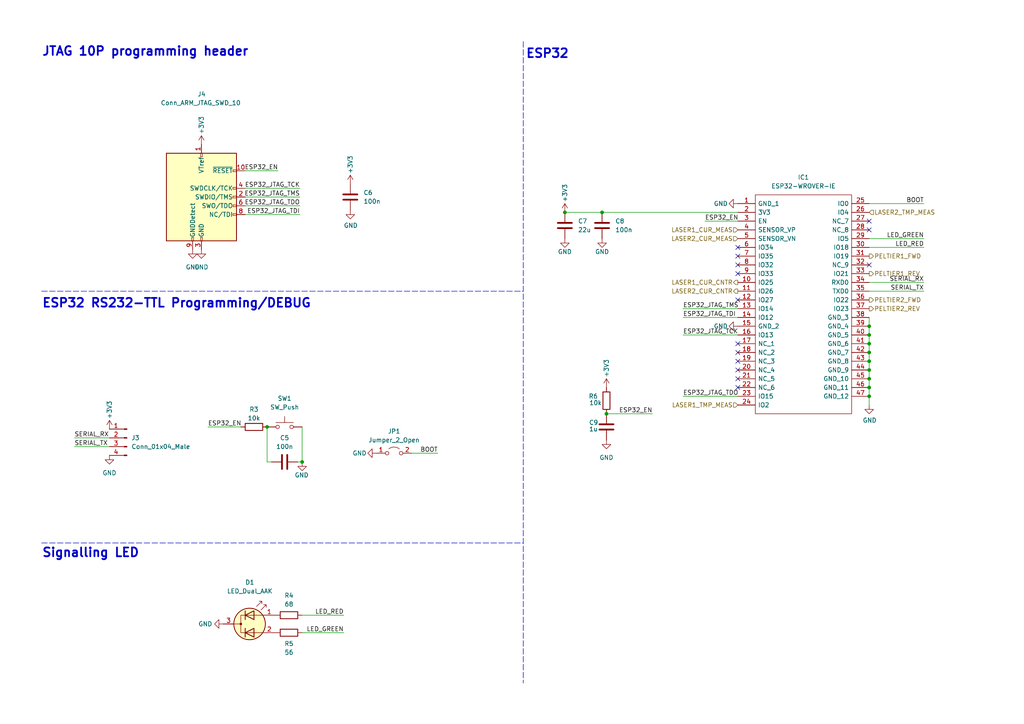
<source format=kicad_sch>
(kicad_sch (version 20211123) (generator eeschema)
  (paper "A4")
  (lib_symbols
    (symbol "Connector:Conn_01x04_Male" (pin_names (offset 1.016) hide)
      (property "Reference" "J" (at 0 5.08 0))
      (property "Value" "Conn_01x04_Male" (at 0 -7.62 0))
      (symbol "Conn_01x04_Male_1_1"
        (polyline (pts (xy 1.27 -5.08) (xy 0.8636 -5.08)) (stroke (width 0.1524)))
        (polyline (pts (xy 1.27 -2.54) (xy 0.8636 -2.54)) (stroke (width 0.1524)))
        (polyline (pts (xy 1.27 0) (xy 0.8636 0)) (stroke (width 0.1524)))
        (polyline (pts (xy 1.27 2.54) (xy 0.8636 2.54)) (stroke (width 0.1524)))
        (rectangle (start 0.8636 -4.953) (end 0 -5.207) (stroke (width 0.1524)) (fill (type outline)))
        (rectangle (start 0.8636 -2.413) (end 0 -2.667) (stroke (width 0.1524)) (fill (type outline)))
        (rectangle (start 0.8636 0.127) (end 0 -0.127) (stroke (width 0.1524)) (fill (type outline)))
        (rectangle (start 0.8636 2.667) (end 0 2.413) (stroke (width 0.1524)) (fill (type outline)))
        (pin passive line (at 5.08 2.54 180) (length 3.81) (name "Pin_1") (number "1"))
        (pin passive line (at 5.08 0 180) (length 3.81) (name "Pin_2") (number "2"))
        (pin passive line (at 5.08 -2.54 180) (length 3.81) (name "Pin_3") (number "3"))
        (pin passive line (at 5.08 -5.08 180) (length 3.81) (name "Pin_4") (number "4"))
      )
    )
    (symbol "Connector:Conn_ARM_JTAG_SWD_10" (pin_names (offset 1.016))
      (property "Reference" "J" (at -2.54 16.51 0))
      (property "Value" "Conn_ARM_JTAG_SWD_10" (at -2.54 13.97 0))
      (symbol "Conn_ARM_JTAG_SWD_10_0_1"
        (rectangle (start -10.16 12.7) (end 10.16 -12.7) (stroke (width 0.254)) (fill (type background)))
        (rectangle (start -2.794 -12.7) (end -2.286 -11.684))
        (rectangle (start -0.254 -12.7) (end 0.254 -11.684))
        (rectangle (start -0.254 12.7) (end 0.254 11.684))
        (rectangle (start 9.144 2.286) (end 10.16 2.794))
        (rectangle (start 10.16 -2.794) (end 9.144 -2.286))
        (rectangle (start 10.16 -0.254) (end 9.144 0.254))
        (rectangle (start 10.16 7.874) (end 9.144 7.366))
      )
      (symbol "Conn_ARM_JTAG_SWD_10_1_1"
        (rectangle (start 9.144 -5.334) (end 10.16 -4.826))
        (pin power_in line (at 0 15.24 270) (length 2.54) (name "VTref") (number "1"))
        (pin open_collector line (at 12.7 7.62 180) (length 2.54) (name "~{RESET}") (number "10"))
        (pin bidirectional line (at 12.7 0 180) (length 2.54) (name "SWDIO/TMS") (number "2"))
        (pin power_in line (at 0 -15.24 90) (length 2.54) (name "GND") (number "3"))
        (pin output line (at 12.7 2.54 180) (length 2.54) (name "SWDCLK/TCK") (number "4"))
        (pin passive line (at 0 -15.24 90) (length 2.54) hide (name "GND") (number "5"))
        (pin input line (at 12.7 -2.54 180) (length 2.54) (name "SWO/TDO") (number "6"))
        (pin no_connect line (at -10.16 0 0) (length 2.54) hide (name "KEY") (number "7"))
        (pin output line (at 12.7 -5.08 180) (length 2.54) (name "NC/TDI") (number "8"))
        (pin passive line (at -2.54 -15.24 90) (length 2.54) (name "GNDDetect") (number "9"))
      )
    )
    (symbol "Device:C" (pin_numbers hide) (pin_names (offset 0.254))
      (property "Reference" "C" (at 0.635 2.54 0))
      (property "Value" "C" (at 0.635 -2.54 0))
      (symbol "C_0_1"
        (polyline (pts (xy -2.032 -0.762) (xy 2.032 -0.762)) (stroke (width 0.508)))
        (polyline (pts (xy -2.032 0.762) (xy 2.032 0.762)) (stroke (width 0.508)))
      )
      (symbol "C_1_1"
        (pin passive line (at 0 3.81 270) (length 2.794) (name "~") (number "1"))
        (pin passive line (at 0 -3.81 90) (length 2.794) (name "~") (number "2"))
      )
    )
    (symbol "Device:LED_Dual_AAK" (pin_names (offset 0) hide)
      (property "Reference" "D" (at 0 5.715 0))
      (property "Value" "LED_Dual_AAK" (at 0 -6.35 0))
      (symbol "LED_Dual_AAK_0_1"
        (circle (center -2.54 0) (radius 0.2794) (fill (type outline)))
        (polyline (pts (xy -4.572 0) (xy -2.54 0)))
        (polyline (pts (xy -1.27 -1.27) (xy -1.27 -3.81)) (stroke (width 0.254)))
        (polyline (pts (xy -1.27 1.27) (xy -1.27 3.81)) (stroke (width 0.254)))
        (polyline (pts (xy 3.81 -2.54) (xy 1.905 -2.54)))
        (polyline (pts (xy 3.81 2.54) (xy 1.905 2.54)))
        (polyline (pts (xy 1.27 -3.81) (xy 1.27 -1.27) (xy -1.27 -2.54) (xy 1.27 -3.81)) (stroke (width 0.254)))
        (polyline (pts (xy 1.27 1.27) (xy 1.27 3.81) (xy -1.27 2.54) (xy 1.27 1.27)) (stroke (width 0.254)))
        (polyline (pts (xy 2.032 2.54) (xy -2.54 2.54) (xy -2.54 -2.54) (xy 2.032 -2.54)))
        (polyline (pts (xy 2.032 5.08) (xy 3.556 6.604) (xy 2.794 6.604) (xy 3.556 6.604) (xy 3.556 5.842)))
        (polyline (pts (xy 3.302 4.064) (xy 4.826 5.588) (xy 4.064 5.588) (xy 4.826 5.588) (xy 4.826 4.826)))
        (circle (center 0 0) (radius 4.572) (stroke (width 0.254)) (fill (type background)))
      )
      (symbol "LED_Dual_AAK_1_1"
        (pin input line (at 7.62 2.54 180) (length 3.81) (name "A1") (number "1"))
        (pin input line (at 7.62 -2.54 180) (length 3.81) (name "A2") (number "2"))
        (pin input line (at -7.62 0 0) (length 3.048) (name "K") (number "3"))
      )
    )
    (symbol "Device:R" (pin_numbers hide) (pin_names (offset 0))
      (property "Reference" "R" (at 2.032 0 90))
      (property "Value" "R" (at 0 0 90))
      (symbol "R_0_1"
        (rectangle (start -1.016 -2.54) (end 1.016 2.54) (stroke (width 0.254)))
      )
      (symbol "R_1_1"
        (pin passive line (at 0 3.81 270) (length 1.27) (name "~") (number "1"))
        (pin passive line (at 0 -3.81 90) (length 1.27) (name "~") (number "2"))
      )
    )
    (symbol "ESP32-WROVER-IE:ESP32-WROVER-IE" (pin_names (offset 0.762))
      (property "Reference" "IC" (at 34.29 7.62 0))
      (property "Value" "ESP32-WROVER-IE" (at 34.29 5.08 0))
      (symbol "ESP32-WROVER-IE_0_0"
        (pin passive line (at 0 0 0) (length 5.08) (name "GND_1") (number "1"))
        (pin passive line (at 0 -22.86 0) (length 5.08) (name "IO25") (number "10"))
        (pin passive line (at 0 -25.4 0) (length 5.08) (name "IO26") (number "11"))
        (pin passive line (at 0 -27.94 0) (length 5.08) (name "IO27") (number "12"))
        (pin passive line (at 0 -30.48 0) (length 5.08) (name "IO14") (number "13"))
        (pin passive line (at 0 -33.02 0) (length 5.08) (name "IO12") (number "14"))
        (pin passive line (at 0 -35.56 0) (length 5.08) (name "GND_2") (number "15"))
        (pin passive line (at 0 -38.1 0) (length 5.08) (name "IO13") (number "16"))
        (pin passive line (at 0 -40.64 0) (length 5.08) (name "NC_1") (number "17"))
        (pin passive line (at 0 -43.18 0) (length 5.08) (name "NC_2") (number "18"))
        (pin passive line (at 0 -45.72 0) (length 5.08) (name "NC_3") (number "19"))
        (pin passive line (at 0 -2.54 0) (length 5.08) (name "3V3") (number "2"))
        (pin passive line (at 0 -48.26 0) (length 5.08) (name "NC_4") (number "20"))
        (pin passive line (at 0 -50.8 0) (length 5.08) (name "NC_5") (number "21"))
        (pin passive line (at 0 -53.34 0) (length 5.08) (name "NC_6") (number "22"))
        (pin passive line (at 0 -55.88 0) (length 5.08) (name "IO15") (number "23"))
        (pin passive line (at 0 -58.42 0) (length 5.08) (name "IO2") (number "24"))
        (pin passive line (at 38.1 0 180) (length 5.08) (name "IO0") (number "25"))
        (pin passive line (at 38.1 -2.54 180) (length 5.08) (name "IO4") (number "26"))
        (pin passive line (at 38.1 -5.08 180) (length 5.08) (name "NC_7") (number "27"))
        (pin passive line (at 38.1 -7.62 180) (length 5.08) (name "NC_8") (number "28"))
        (pin passive line (at 38.1 -10.16 180) (length 5.08) (name "IO5") (number "29"))
        (pin passive line (at 0 -5.08 0) (length 5.08) (name "EN") (number "3"))
        (pin passive line (at 38.1 -12.7 180) (length 5.08) (name "IO18") (number "30"))
        (pin passive line (at 38.1 -15.24 180) (length 5.08) (name "IO19") (number "31"))
        (pin passive line (at 38.1 -17.78 180) (length 5.08) (name "NC_9") (number "32"))
        (pin passive line (at 38.1 -20.32 180) (length 5.08) (name "IO21") (number "33"))
        (pin passive line (at 38.1 -22.86 180) (length 5.08) (name "RXD0") (number "34"))
        (pin passive line (at 38.1 -25.4 180) (length 5.08) (name "TXD0") (number "35"))
        (pin passive line (at 38.1 -27.94 180) (length 5.08) (name "IO22") (number "36"))
        (pin passive line (at 38.1 -30.48 180) (length 5.08) (name "IO23") (number "37"))
        (pin passive line (at 38.1 -33.02 180) (length 5.08) (name "GND_3") (number "38"))
        (pin passive line (at 38.1 -35.56 180) (length 5.08) (name "GND_4") (number "39"))
        (pin passive line (at 0 -7.62 0) (length 5.08) (name "SENSOR_VP") (number "4"))
        (pin passive line (at 38.1 -38.1 180) (length 5.08) (name "GND_5") (number "40"))
        (pin passive line (at 38.1 -40.64 180) (length 5.08) (name "GND_6") (number "41"))
        (pin passive line (at 38.1 -43.18 180) (length 5.08) (name "GND_7") (number "42"))
        (pin passive line (at 38.1 -45.72 180) (length 5.08) (name "GND_8") (number "43"))
        (pin passive line (at 38.1 -48.26 180) (length 5.08) (name "GND_9") (number "44"))
        (pin passive line (at 38.1 -50.8 180) (length 5.08) (name "GND_10") (number "45"))
        (pin passive line (at 38.1 -53.34 180) (length 5.08) (name "GND_11") (number "46"))
        (pin passive line (at 38.1 -55.88 180) (length 5.08) (name "GND_12") (number "47"))
        (pin passive line (at 0 -10.16 0) (length 5.08) (name "SENSOR_VN") (number "5"))
        (pin passive line (at 0 -12.7 0) (length 5.08) (name "IO34") (number "6"))
        (pin passive line (at 0 -15.24 0) (length 5.08) (name "IO35") (number "7"))
        (pin passive line (at 0 -17.78 0) (length 5.08) (name "IO32") (number "8"))
        (pin passive line (at 0 -20.32 0) (length 5.08) (name "IO33") (number "9"))
      )
      (symbol "ESP32-WROVER-IE_0_1"
        (polyline (pts (xy 5.08 2.54) (xy 33.02 2.54) (xy 33.02 -60.96) (xy 5.08 -60.96) (xy 5.08 2.54)) (stroke (width 0.1524)))
      )
    )
    (symbol "Jumper:Jumper_2_Open" (pin_names (offset 0) hide)
      (property "Reference" "JP" (at 0 2.794 0))
      (property "Value" "Jumper_2_Open" (at 0 -2.286 0))
      (symbol "Jumper_2_Open_0_0"
        (circle (center -2.032 0) (radius 0.508))
        (circle (center 2.032 0) (radius 0.508))
      )
      (symbol "Jumper_2_Open_0_1"
        (arc (start 1.524 1.27) (mid 0 1.778) (end -1.524 1.27))
      )
      (symbol "Jumper_2_Open_1_1"
        (pin passive line (at -5.08 0 0) (length 2.54) (name "A") (number "1"))
        (pin passive line (at 5.08 0 180) (length 2.54) (name "B") (number "2"))
      )
    )
    (symbol "Switch:SW_Push" (pin_numbers hide) (pin_names (offset 1.016) hide)
      (property "Reference" "SW" (at 1.27 2.54 0))
      (property "Value" "SW_Push" (at 0 -1.524 0))
      (symbol "SW_Push_0_1"
        (circle (center -2.032 0) (radius 0.508))
        (polyline (pts (xy 0 1.27) (xy 0 3.048)))
        (polyline (pts (xy 2.54 1.27) (xy -2.54 1.27)))
        (circle (center 2.032 0) (radius 0.508))
        (pin passive line (at -5.08 0 0) (length 2.54) (name "1") (number "1"))
        (pin passive line (at 5.08 0 180) (length 2.54) (name "2") (number "2"))
      )
    )
    (symbol "power:+3V3" (power) (pin_names (offset 0))
      (property "Value" "+3V3" (at 0 3.556 0))
      (symbol "+3V3_0_1"
        (polyline (pts (xy -0.762 1.27) (xy 0 2.54)))
        (polyline (pts (xy 0 0) (xy 0 2.54)))
        (polyline (pts (xy 0 2.54) (xy 0.762 1.27)))
      )
      (symbol "+3V3_1_1"
        (pin power_in line (at 0 0 90) (length 0) hide (name "+3V3") (number "1"))
      )
    )
    (symbol "power:GND" (power) (pin_names (offset 0))
      (property "Value" "GND" (at 0 -3.81 0))
      (symbol "GND_0_1"
        (polyline (pts (xy 0 0) (xy 0 -1.27) (xy 1.27 -1.27) (xy 0 -2.54) (xy -1.27 -1.27) (xy 0 -1.27)))
      )
      (symbol "GND_1_1"
        (pin power_in line (at 0 0 270) (length 0) hide (name "GND") (number "1"))
      )
    )
  )
  (junction (at 252.095 107.315))
  (junction (at 175.895 120.015))
  (junction (at 252.095 94.615))
  (junction (at 252.095 109.855))
  (junction (at 252.095 99.695))
  (junction (at 252.095 104.775))
  (junction (at 252.095 114.935))
  (junction (at 252.095 97.155))
  (junction (at 77.47 123.825))
  (junction (at 252.095 112.395))
  (junction (at 174.625 61.595))
  (junction (at 252.095 102.235))
  (junction (at 87.63 133.985))
  (junction (at 163.83 61.595))
  (no_connect (at 213.995 102.235))
  (no_connect (at 213.995 79.375))
  (no_connect (at 213.995 76.835))
  (no_connect (at 252.095 66.675))
  (no_connect (at 213.995 71.755))
  (no_connect (at 213.995 74.295))
  (no_connect (at 213.995 107.315))
  (no_connect (at 252.095 64.135))
  (no_connect (at 213.995 112.395))
  (no_connect (at 252.095 76.835))
  (no_connect (at 213.995 86.995))
  (no_connect (at 213.995 109.855))
  (no_connect (at 213.995 99.695))
  (no_connect (at 213.995 104.775))
  (wire (pts (xy 86.995 54.61) (xy 71.12 54.61)))
  (wire (pts (xy 252.095 59.055) (xy 267.97 59.055)))
  (wire (pts (xy 198.12 89.535) (xy 213.995 89.535)))
  (wire (pts (xy 175.895 120.015) (xy 189.23 120.015)))
  (wire (pts (xy 87.63 178.435) (xy 99.695 178.435)))
  (wire (pts (xy 86.995 62.23) (xy 71.12 62.23)))
  (wire (pts (xy 60.325 123.825) (xy 69.85 123.825)))
  (polyline (pts (xy 12.065 157.48) (xy 151.765 157.48)))
  (wire (pts (xy 174.625 61.595) (xy 213.995 61.595)))
  (wire (pts (xy 252.095 99.695) (xy 252.095 102.235)))
  (polyline (pts (xy 151.765 12.065) (xy 151.765 198.12)))
  (wire (pts (xy 86.995 57.15) (xy 71.12 57.15)))
  (wire (pts (xy 163.83 61.595) (xy 174.625 61.595)))
  (wire (pts (xy 77.47 133.985) (xy 77.47 123.825)))
  (wire (pts (xy 198.12 92.075) (xy 213.995 92.075)))
  (wire (pts (xy 252.095 92.075) (xy 252.095 94.615)))
  (wire (pts (xy 267.97 71.755) (xy 252.095 71.755)))
  (wire (pts (xy 252.095 94.615) (xy 252.095 97.155)))
  (wire (pts (xy 119.38 131.445) (xy 127 131.445)))
  (wire (pts (xy 252.095 69.215) (xy 267.97 69.215)))
  (wire (pts (xy 252.095 112.395) (xy 252.095 114.935)))
  (wire (pts (xy 252.095 104.775) (xy 252.095 107.315)))
  (wire (pts (xy 198.12 114.935) (xy 213.995 114.935)))
  (wire (pts (xy 252.095 81.915) (xy 267.97 81.915)))
  (wire (pts (xy 78.74 133.985) (xy 77.47 133.985)))
  (wire (pts (xy 252.095 107.315) (xy 252.095 109.855)))
  (wire (pts (xy 87.63 183.515) (xy 99.695 183.515)))
  (wire (pts (xy 71.12 49.53) (xy 80.645 49.53)))
  (wire (pts (xy 252.095 114.935) (xy 252.095 117.475)))
  (wire (pts (xy 86.995 59.69) (xy 71.12 59.69)))
  (wire (pts (xy 204.47 64.135) (xy 213.995 64.135)))
  (wire (pts (xy 198.12 97.155) (xy 213.995 97.155)))
  (wire (pts (xy 252.095 102.235) (xy 252.095 104.775)))
  (wire (pts (xy 86.36 133.985) (xy 87.63 133.985)))
  (wire (pts (xy 252.095 84.455) (xy 267.97 84.455)))
  (polyline (pts (xy 12.065 84.455) (xy 151.765 84.455)))
  (wire (pts (xy 21.59 129.54) (xy 31.75 129.54)))
  (wire (pts (xy 252.095 97.155) (xy 252.095 99.695)))
  (wire (pts (xy 87.63 133.985) (xy 87.63 123.825)))
  (wire (pts (xy 252.095 109.855) (xy 252.095 112.395)))
  (wire (pts (xy 21.59 127) (xy 31.75 127)))
  (text "Signalling LED" (at 12.065 161.925 0) (effects (font (size 2.54 2.54) (thickness 0.508) bold) (justify left bottom)))
  (text "JTAG 10P programming header" (at 12.065 16.51 0) (effects (font (size 2.54 2.54) (thickness 0.508) bold) (justify left bottom)))
  (text "ESP32 RS232-TTL Programming/DEBUG" (at 12.065 89.535 0) (effects (font (size 2.54 2.54) (thickness 0.508) bold) (justify left bottom)))
  (text "ESP32\n" (at 152.4 17.145 0) (effects (font (size 2.54 2.54) (thickness 0.508) bold) (justify left bottom)))
  (label "ESP32_JTAG_TDI" (at 86.995 62.23 180))
  (label "ESP32_JTAG_TDO" (at 198.12 114.935 0))
  (label "LED_RED" (at 99.695 178.435 180))
  (label "ESP32_JTAG_TDO" (at 86.995 59.69 180))
  (label "ESP32_JTAG_TCK" (at 198.12 97.155 0))
  (label "LED_RED" (at 267.97 71.755 180))
  (label "LED_GREEN" (at 99.695 183.515 180))
  (label "ESP32_EN" (at 189.23 120.015 180))
  (label "ESP32_JTAG_TCK" (at 86.995 54.61 180))
  (label "ESP32_EN" (at 204.47 64.135 0))
  (label "ESP32_JTAG_TDI" (at 198.12 92.075 0))
  (label "SERIAL_RX" (at 267.97 81.915 180))
  (label "ESP32_EN" (at 60.325 123.825 0))
  (label "ESP32_EN" (at 80.645 49.53 180))
  (label "SERIAL_TX" (at 267.97 84.455 180))
  (label "BOOT" (at 127 131.445 180))
  (label "BOOT" (at 267.97 59.055 180))
  (label "ESP32_JTAG_TMS" (at 198.12 89.535 0))
  (label "ESP32_JTAG_TMS" (at 86.995 57.15 180))
  (label "SERIAL_RX" (at 21.59 127 0))
  (label "SERIAL_TX" (at 21.59 129.54 0))
  (label "LED_GREEN" (at 267.97 69.215 180))
  (hierarchical_label "LASER1_CUR_CNTR" (shape output) (at 213.995 81.915 180))
  (hierarchical_label "PELTIER2_REV" (shape output) (at 252.095 89.535 0))
  (hierarchical_label "LASER2_TMP_MEAS" (shape input) (at 252.095 61.595 0))
  (hierarchical_label "PELTIER2_FWD" (shape output) (at 252.095 86.995 0))
  (hierarchical_label "LASER2_CUR_CNTR" (shape output) (at 213.995 84.455 180))
  (hierarchical_label "LASER1_CUR_MEAS" (shape input) (at 213.995 66.675 180))
  (hierarchical_label "PELTIER1_FWD" (shape output) (at 252.095 74.295 0))
  (hierarchical_label "PELTIER1_REV" (shape output) (at 252.095 79.375 0))
  (hierarchical_label "LASER2_CUR_MEAS" (shape input) (at 213.995 69.215 180))
  (hierarchical_label "LASER1_TMP_MEAS" (shape input) (at 213.995 117.475 180))
  (symbol (lib_id "Device:R") (at 83.82 178.435 90) (unit 1)
    (property "Reference" "R4" (at 83.82 172.72 90))
    (property "Value" "68" (at 83.82 175.26 90))
    (property "Footprint" "Resistor_SMD:R_0805_2012Metric" (effects hide))
  )
  (symbol (lib_id "Device:R") (at 83.82 183.515 90) (unit 1)
    (property "Reference" "R5" (at 83.82 186.69 90))
    (property "Value" "56" (at 83.82 189.23 90))
    (property "Footprint" "Resistor_SMD:R_0805_2012Metric" (effects hide))
  )
  (symbol (lib_id "power:GND") (at 213.995 59.055 270) (unit 1)
    (property "Reference" "#PWR0127" (effects hide))
    (property "Value" "GND" (at 207.01 59.055 90) (effects (justify left)))
  )
  (symbol (lib_id "power:GND") (at 175.895 127.635 0) (unit 1)
    (property "Reference" "#PWR0132" (effects hide))
    (property "Value" "GND" (at 175.895 132.715 0))
  )
  (symbol (lib_id "power:GND") (at 252.095 117.475 0) (unit 1)
    (property "Reference" "#PWR0133" (effects hide))
    (property "Value" "GND" (at 250.19 121.92 0) (effects (justify left)))
  )
  (symbol (lib_id "Device:R") (at 73.66 123.825 270) (mirror x) (unit 1)
    (property "Reference" "R3" (at 73.66 118.745 90))
    (property "Value" "10k" (at 73.66 121.285 90))
    (property "Footprint" "Resistor_SMD:R_0805_2012Metric_Pad1.20x1.40mm_HandSolder" (effects hide))
    (property "Lomex" "81-10-99" (effects hide))
  )
  (symbol (lib_id "power:+3V3") (at 163.83 61.595 0) (unit 1)
    (property "Reference" "#PWR0126" (effects hide))
    (property "Value" "+3V3" (at 163.83 53.34 90) (effects (justify right)))
  )
  (symbol (lib_id "power:GND") (at 174.625 69.215 0) (unit 1)
    (property "Reference" "#PWR0130" (effects hide))
    (property "Value" "GND" (at 174.625 73.025 0))
  )
  (symbol (lib_id "power:+3V3") (at 101.6 53.34 0) (unit 1)
    (property "Reference" "#PWR0124" (effects hide))
    (property "Value" "+3V3" (at 101.6 45.085 90) (effects (justify right)))
  )
  (symbol (lib_id "Device:LED_Dual_AAK") (at 72.39 180.975 0) (unit 1)
    (property "Reference" "D1" (at 72.4535 168.91 0))
    (property "Value" "LED_Dual_AAK" (at 72.4535 171.45 0))
    (property "Footprint" "Package_TO_SOT_SMD:SOT-23" (effects hide))
  )
  (symbol (lib_id "power:GND") (at 31.75 132.08 0) (unit 1)
    (property "Reference" "#PWR0120" (effects hide))
    (property "Value" "GND" (at 31.75 137.16 0))
  )
  (symbol (lib_id "Connector:Conn_01x04_Male") (at 36.83 127 0) (mirror y) (unit 1)
    (property "Reference" "J3" (at 38.1 126.9999 0) (effects (justify right)))
    (property "Value" "Conn_01x04_Male" (at 38.1 129.5399 0) (effects (justify right)))
    (property "Footprint" "Connector_PinHeader_2.54mm:PinHeader_1x04_P2.54mm_Vertical" (effects hide))
  )
  (symbol (lib_id "power:GND") (at 163.83 69.215 0) (unit 1)
    (property "Reference" "#PWR0129" (effects hide))
    (property "Value" "GND" (at 163.83 73.025 0))
  )
  (symbol (lib_id "power:GND") (at 58.42 72.39 0) (unit 1)
    (property "Reference" "#PWR0136" (effects hide))
    (property "Value" "GND" (at 58.42 77.47 0))
  )
  (symbol (lib_id "Device:C") (at 175.895 123.825 0) (unit 1)
    (property "Reference" "C9" (at 170.815 122.555 0) (effects (justify left)))
    (property "Value" "1u" (at 170.815 124.46 0) (effects (justify left)))
    (property "Footprint" "Capacitor_SMD:C_0805_2012Metric" (effects hide))
  )
  (symbol (lib_id "Device:R") (at 175.895 116.205 180) (unit 1)
    (property "Reference" "R6" (at 172.085 114.935 0))
    (property "Value" "10k" (at 172.72 116.84 0))
    (property "Footprint" "Resistor_SMD:R_0805_2012Metric_Pad1.20x1.40mm_HandSolder" (effects hide))
    (property "Lomex" "81-10-99" (effects hide))
  )
  (symbol (lib_id "Device:C") (at 163.83 65.405 0) (unit 1)
    (property "Reference" "C7" (at 167.64 64.1349 0) (effects (justify left)))
    (property "Value" "22u" (at 167.64 66.6749 0) (effects (justify left)))
    (property "Footprint" "Capacitor_SMD:C_0805_2012Metric" (effects hide))
  )
  (symbol (lib_id "Connector:Conn_ARM_JTAG_SWD_10") (at 58.42 57.15 0) (unit 1)
    (property "Reference" "J4" (at 59.69 27.305 0) (effects (justify right)))
    (property "Value" "Conn_ARM_JTAG_SWD_10" (at 69.85 29.845 0) (effects (justify right)))
    (property "Footprint" "Connector_PinHeader_1.27mm:PinHeader_2x05_P1.27mm_Vertical_SMD" (effects hide))
    (property "Datasheet" "http://infocenter.arm.com/help/topic/com.arm.doc.ddi0314h/DDI0314H_coresight_components_trm.pdf" (effects hide))
  )
  (symbol (lib_id "power:GND") (at 101.6 60.96 0) (unit 1)
    (property "Reference" "#PWR0125" (effects hide))
    (property "Value" "GND" (at 99.695 65.405 0) (effects (justify left)))
  )
  (symbol (lib_id "power:GND") (at 213.995 94.615 270) (unit 1)
    (property "Reference" "#PWR0128" (effects hide))
    (property "Value" "GND" (at 207.01 94.615 90) (effects (justify left)))
  )
  (symbol (lib_id "power:GND") (at 109.22 131.445 270) (unit 1)
    (property "Reference" "#PWR0123" (effects hide))
    (property "Value" "GND" (at 102.235 131.445 90) (effects (justify left)))
  )
  (symbol (lib_id "power:GND") (at 64.77 180.975 270) (unit 1)
    (property "Reference" "#PWR0121" (effects hide))
    (property "Value" "GND" (at 61.595 180.9749 90) (effects (justify right)))
  )
  (symbol (lib_id "power:GND") (at 87.63 133.985 0) (mirror y) (unit 1)
    (property "Reference" "#PWR0122" (effects hide))
    (property "Value" "GND" (at 89.535 137.795 0) (effects (justify left)))
  )
  (symbol (lib_id "Device:C") (at 174.625 65.405 0) (unit 1)
    (property "Reference" "C8" (at 178.435 64.1349 0) (effects (justify left)))
    (property "Value" "100n" (at 178.435 66.6749 0) (effects (justify left)))
    (property "Footprint" "Capacitor_SMD:C_0805_2012Metric" (effects hide))
  )
  (symbol (lib_id "power:+3V3") (at 31.75 124.46 0) (unit 1)
    (property "Reference" "#PWR0119" (effects hide))
    (property "Value" "+3V3" (at 31.75 116.205 90) (effects (justify right)))
  )
  (symbol (lib_id "Device:C") (at 82.55 133.985 270) (mirror x) (unit 1)
    (property "Reference" "C5" (at 82.55 127 90))
    (property "Value" "100n" (at 82.55 129.54 90))
    (property "Footprint" "Capacitor_SMD:C_0805_2012Metric" (effects hide))
  )
  (symbol (lib_id "power:+3V3") (at 175.895 112.395 0) (unit 1)
    (property "Reference" "#PWR0131" (effects hide))
    (property "Value" "+3V3" (at 175.895 104.14 90) (effects (justify right)))
  )
  (symbol (lib_id "power:+3V3") (at 58.42 41.91 0) (unit 1)
    (property "Reference" "#PWR0134" (effects hide))
    (property "Value" "+3V3" (at 58.42 33.655 90) (effects (justify right)))
  )
  (symbol (lib_id "power:GND") (at 55.88 72.39 0) (unit 1)
    (property "Reference" "#PWR0135" (effects hide))
    (property "Value" "GND" (at 55.88 77.47 0))
  )
  (symbol (lib_id "ESP32-WROVER-IE:ESP32-WROVER-IE") (at 213.995 59.055 0) (unit 1)
    (property "Reference" "IC1" (at 233.045 51.435 0))
    (property "Value" "ESP32-WROVER-IE" (at 233.045 53.975 0))
    (property "Footprint" "ESP32-WROVER-IE:ESP32WROVERIE" (effects hide))
    (property "Datasheet" "https://www.espressif.com/sites/default/files/documentation/esp32-wrover-e_esp32-wrover-ie_datasheet_en.pdf" (effects hide))
    (property "Description" "Bluetooth, WiFi 802.11b/g/n, Bluetooth v4.2 +EDR Transceiver Module 2.4GHz ~{} 2.5GHz Antenna Not Included, I-PEX Surface Mount" (effects hide))
    (property "Height" "3.45" (effects hide))
    (property "Manufacturer_Name" "Espressif Systems" (effects hide))
    (property "Manufacturer_Part_Number" "ESP32-WROVER-IE" (effects hide))
  )
  (symbol (lib_id "Jumper:Jumper_2_Open") (at 114.3 131.445 0) (unit 1)
    (property "Reference" "JP1" (at 114.3 125.095 0))
    (property "Value" "Jumper_2_Open" (at 114.3 127.635 0))
    (property "Footprint" "Connector_PinHeader_2.54mm:PinHeader_1x02_P2.54mm_Vertical" (effects hide))
  )
  (symbol (lib_id "Device:C") (at 101.6 57.15 0) (unit 1)
    (property "Reference" "C6" (at 105.41 55.8799 0) (effects (justify left)))
    (property "Value" "100n" (at 105.41 58.4199 0) (effects (justify left)))
    (property "Footprint" "Capacitor_SMD:C_0805_2012Metric" (effects hide))
  )
  (symbol (lib_id "Switch:SW_Push") (at 82.55 123.825 0) (mirror y) (unit 1)
    (property "Reference" "SW1" (at 82.55 115.57 0))
    (property "Value" "SW_Push" (at 82.55 118.11 0))
    (property "Footprint" "Button_Switch_THT:SW_PUSH_6mm_H7.3mm" (effects hide))
  )
)
</source>
